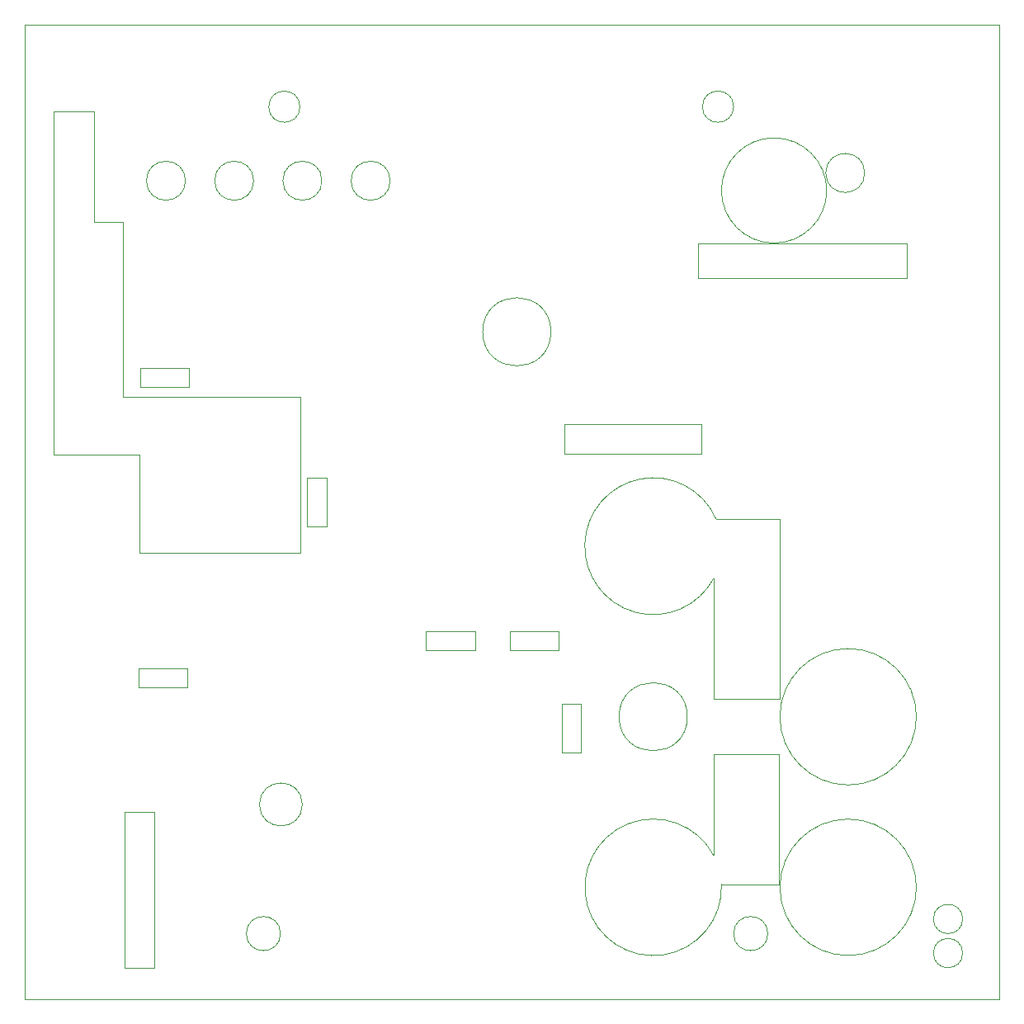
<source format=gbr>
%TF.GenerationSoftware,KiCad,Pcbnew,(6.0.1)*%
%TF.CreationDate,2022-02-25T15:50:48+01:00*%
%TF.ProjectId,pcbV10_front,70636256-3130-45f6-9672-6f6e742e6b69,rev?*%
%TF.SameCoordinates,Original*%
%TF.FileFunction,Profile,NP*%
%FSLAX46Y46*%
G04 Gerber Fmt 4.6, Leading zero omitted, Abs format (unit mm)*
G04 Created by KiCad (PCBNEW (6.0.1)) date 2022-02-25 15:50:48*
%MOMM*%
%LPD*%
G01*
G04 APERTURE LIST*
%TA.AperFunction,Profile*%
%ADD10C,0.050000*%
%TD*%
G04 APERTURE END LIST*
D10*
X50000000Y-150000000D02*
X50000000Y-50000000D01*
X78500000Y-130000000D02*
G75*
G03*
X78500000Y-130000000I-2200000J0D01*
G01*
X57100000Y-58900000D02*
X57100000Y-70200000D01*
X146250000Y-145250000D02*
G75*
G03*
X146250000Y-145250000I-1500000J0D01*
G01*
X78300000Y-88200000D02*
X60100000Y-88200000D01*
X66500000Y-66000000D02*
G75*
G03*
X66500000Y-66000000I-2000000J0D01*
G01*
X120934659Y-100684836D02*
G75*
G03*
X120699999Y-106800000I-6434659J-2815164D01*
G01*
X73500000Y-66000000D02*
G75*
G03*
X73500000Y-66000000I-2000000J0D01*
G01*
X141500000Y-138500000D02*
G75*
G03*
X141500000Y-138500000I-7000000J0D01*
G01*
X61900000Y-87200000D02*
X66900000Y-87200000D01*
X66900000Y-87200000D02*
X66900000Y-85200000D01*
X66900000Y-85200000D02*
X61900000Y-85200000D01*
X61900000Y-85200000D02*
X61900000Y-87200000D01*
X78300000Y-88200000D02*
X78300000Y-104200000D01*
X78250000Y-58400000D02*
G75*
G03*
X78250000Y-58400000I-1600000J0D01*
G01*
X120699999Y-106800000D02*
X120700000Y-119200000D01*
X132300000Y-67000000D02*
G75*
G03*
X132300000Y-67000000I-5400000J0D01*
G01*
X105100000Y-119700000D02*
X107100000Y-119700000D01*
X107100000Y-119700000D02*
X107100000Y-124700000D01*
X107100000Y-124700000D02*
X105100000Y-124700000D01*
X105100000Y-124700000D02*
X105100000Y-119700000D01*
X60100000Y-70200000D02*
X60100000Y-88200000D01*
X61700000Y-116000000D02*
X66700000Y-116000000D01*
X66700000Y-116000000D02*
X66700000Y-118000000D01*
X66700000Y-118000000D02*
X61700000Y-118000000D01*
X61700000Y-118000000D02*
X61700000Y-116000000D01*
X79000000Y-96500000D02*
X81000000Y-96500000D01*
X81000000Y-96500000D02*
X81000000Y-101500000D01*
X81000000Y-101500000D02*
X79000000Y-101500000D01*
X79000000Y-101500000D02*
X79000000Y-96500000D01*
X141500000Y-121000000D02*
G75*
G03*
X141500000Y-121000000I-7000000J0D01*
G01*
X53000000Y-58900000D02*
X57100000Y-58900000D01*
X120700000Y-119200000D02*
X127500000Y-119200000D01*
X127400000Y-124800000D02*
X127400000Y-138200000D01*
X91200000Y-112200000D02*
X96200000Y-112200000D01*
X96200000Y-112200000D02*
X96200000Y-114200000D01*
X96200000Y-114200000D02*
X91200000Y-114200000D01*
X91200000Y-114200000D02*
X91200000Y-112200000D01*
X120684899Y-135208038D02*
X120700000Y-124800000D01*
X99800000Y-112200000D02*
X104800000Y-112200000D01*
X104800000Y-112200000D02*
X104800000Y-114200000D01*
X104800000Y-114200000D02*
X99800000Y-114200000D01*
X99800000Y-114200000D02*
X99800000Y-112200000D01*
X126250000Y-143250000D02*
G75*
G03*
X126250000Y-143250000I-1750000J0D01*
G01*
X104000000Y-81500000D02*
G75*
G03*
X104000000Y-81500000I-3500000J0D01*
G01*
X146250000Y-141750000D02*
G75*
G03*
X146250000Y-141750000I-1500000J0D01*
G01*
X61800000Y-94100000D02*
X53000000Y-94100000D01*
X127500000Y-100700000D02*
X120934659Y-100684836D01*
X87500000Y-66000000D02*
G75*
G03*
X87500000Y-66000000I-2000000J0D01*
G01*
X120700000Y-124800000D02*
X127400000Y-124800000D01*
X136200000Y-65200000D02*
G75*
G03*
X136200000Y-65200000I-2000000J0D01*
G01*
X76250000Y-143250000D02*
G75*
G03*
X76250000Y-143250000I-1750000J0D01*
G01*
X127400000Y-138200000D02*
X121499999Y-138200000D01*
X60300000Y-130800000D02*
X63300000Y-130800000D01*
X63300000Y-130800000D02*
X63300000Y-146800000D01*
X63300000Y-146800000D02*
X60300000Y-146800000D01*
X60300000Y-146800000D02*
X60300000Y-130800000D01*
X50000000Y-50000000D02*
X150000000Y-50000000D01*
X60100000Y-70200000D02*
X57100000Y-70200000D01*
X119100000Y-72400000D02*
X140500000Y-72400000D01*
X140500000Y-72400000D02*
X140500000Y-76000000D01*
X140500000Y-76000000D02*
X119100000Y-76000000D01*
X119100000Y-76000000D02*
X119100000Y-72400000D01*
X80500000Y-66000000D02*
G75*
G03*
X80500000Y-66000000I-2000000J0D01*
G01*
X78300000Y-104200000D02*
X61800000Y-104200000D01*
X118000000Y-121000000D02*
G75*
G03*
X118000000Y-121000000I-3500000J0D01*
G01*
X105400000Y-91000000D02*
X119400000Y-91000000D01*
X119400000Y-91000000D02*
X119400000Y-94000000D01*
X119400000Y-94000000D02*
X105400000Y-94000000D01*
X105400000Y-94000000D02*
X105400000Y-91000000D01*
X150000000Y-150000000D02*
X50000000Y-150000000D01*
X122750000Y-58400000D02*
G75*
G03*
X122750000Y-58400000I-1600000J0D01*
G01*
X53000000Y-94100000D02*
X53000000Y-58900000D01*
X127500000Y-119200000D02*
X127500000Y-100700000D01*
X120684900Y-135208038D02*
G75*
G03*
X121499999Y-138200000I-6184900J-3291961D01*
G01*
X61800000Y-104200000D02*
X61800000Y-94100000D01*
X150000000Y-50000000D02*
X150000000Y-150000000D01*
M02*

</source>
